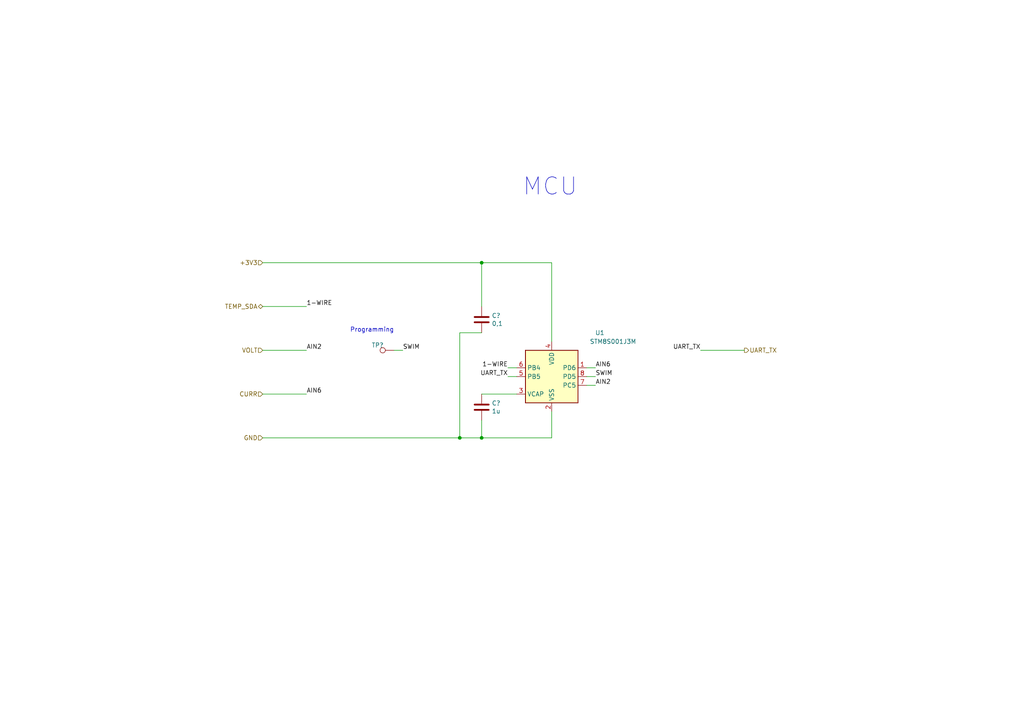
<source format=kicad_sch>
(kicad_sch (version 20231120) (generator "eeschema") (generator_version "8.0")
  (paper "A4")
  (title_block (title "Furnace 230V") (date "2021-08-26") (rev "1.0") (company "Yuriy Volkov"))
  (lib_symbols
    (symbol "furnace_230V-rescue:C-Device" (pin_numbers hide) (pin_names (offset 0.254))
      (property "Reference" "C" (at 0.635 2.54 0))
      (property "Value" "C-Device" (at 0.635 -2.54 0))
      (symbol "C-Device_0_1"
        (polyline (pts (xy -2.032 -0.762) (xy 2.032 -0.762)) (stroke (width 0.508)))
        (polyline (pts (xy -2.032 0.762) (xy 2.032 0.762)) (stroke (width 0.508)))
      )
      (symbol "C-Device_1_1"
        (pin passive line (at 0 3.81 270) (length 2.794) (name "~") (number "1"))
        (pin passive line (at 0 -3.81 90) (length 2.794) (name "~") (number "2"))
      )
    )
    (symbol "furnace_230V-rescue:STM8S001J3M-MCU_ST_STM8"
      (property "Reference" "U" (at 1.27 11.43 0))
      (property "Value" "STM8S001J3M-MCU_ST_STM8" (at 1.27 8.89 0))
      (symbol "STM8S001J3M-MCU_ST_STM8_0_1"
        (rectangle (start -7.62 7.62) (end 7.62 -7.62) (stroke (width 0.254)) (fill (type background)))
      )
      (symbol "STM8S001J3M-MCU_ST_STM8_1_1"
        (pin bidirectional line (at 10.16 2.54 180) (length 2.54) (name "PD6") (number "1"))
        (pin power_in line (at 0 -10.16 90) (length 2.54) (name "VSS") (number "2"))
        (pin passive line (at -10.16 -5.08 0) (length 2.54) (name "VCAP") (number "3"))
        (pin power_in line (at 0 10.16 270) (length 2.54) (name "VDD") (number "4"))
        (pin bidirectional line (at -10.16 0 0) (length 2.54) (name "PB5") (number "5"))
        (pin bidirectional line (at -10.16 2.54 0) (length 2.54) (name "PB4") (number "6"))
        (pin bidirectional line (at 10.16 -2.54 180) (length 2.54) (name "PC5") (number "7"))
        (pin bidirectional line (at 10.16 0 180) (length 2.54) (name "PD5") (number "8"))
      )
    )
    (symbol "furnace_230V-rescue:TestPoint-Connector" (pin_numbers hide) (pin_names (offset 0.762) hide)
      (property "Reference" "TP" (at 0 6.858 0))
      (property "Value" "TestPoint-Connector" (at 0 5.08 0))
      (symbol "TestPoint-Connector_0_1"
        (circle (center 0 3.302) (radius 0.762))
      )
      (symbol "TestPoint-Connector_1_1"
        (pin passive line (at 0 0 90) (length 2.54) (name "1") (number "1"))
      )
    )
  )
  (junction (at 139.7 127))
  (junction (at 139.7 76.2))
  (junction (at 133.35 127))
  (wire (pts (xy 170.18 111.76) (xy 172.72 111.76)))
  (wire (pts (xy 139.7 76.2) (xy 160.02 76.2)))
  (wire (pts (xy 147.32 106.68) (xy 149.86 106.68)))
  (wire (pts (xy 114.3 101.6) (xy 116.84 101.6)))
  (wire (pts (xy 133.35 127) (xy 139.7 127)))
  (wire (pts (xy 160.02 76.2) (xy 160.02 99.06)))
  (wire (pts (xy 139.7 96.52) (xy 133.35 96.52)))
  (wire (pts (xy 170.18 109.22) (xy 172.72 109.22)))
  (wire (pts (xy 139.7 114.3) (xy 149.86 114.3)))
  (wire (pts (xy 76.2 114.3) (xy 88.9 114.3)))
  (wire (pts (xy 170.18 106.68) (xy 172.72 106.68)))
  (wire (pts (xy 203.2 101.6) (xy 215.9 101.6)))
  (wire (pts (xy 133.35 96.52) (xy 133.35 127)))
  (wire (pts (xy 76.2 88.9) (xy 88.9 88.9)))
  (wire (pts (xy 76.2 101.6) (xy 88.9 101.6)))
  (wire (pts (xy 76.2 76.2) (xy 139.7 76.2)))
  (wire (pts (xy 139.7 88.9) (xy 139.7 76.2)))
  (wire (pts (xy 76.2 127) (xy 133.35 127)))
  (wire (pts (xy 139.7 121.92) (xy 139.7 127)))
  (wire (pts (xy 160.02 127) (xy 160.02 119.38)))
  (wire (pts (xy 139.7 127) (xy 160.02 127)))
  (wire (pts (xy 147.32 109.22) (xy 149.86 109.22)))
  (text "MCU" (at 167.64 57.15 0) (effects (font (size 5.0038 5.0038)) (justify right bottom)))
  (text "Programming" (at 114.3 96.52 0) (effects (font (size 1.27 1.27)) (justify right bottom)))
  (label "UART_TX" (at 203.2 101.6 180))
  (label "AIN6" (at 88.9 114.3 0))
  (label "AIN2" (at 88.9 101.6 0))
  (label "SWIM" (at 116.84 101.6 0))
  (label "UART_TX" (at 147.32 109.22 180))
  (label "AIN2" (at 172.72 111.76 0))
  (label "SWIM" (at 172.72 109.22 0))
  (label "1-WIRE" (at 88.9 88.9 0))
  (label "1-WIRE" (at 147.32 106.68 180))
  (label "AIN6" (at 172.72 106.68 0))
  (hierarchical_label "CURR" (shape input) (at 76.2 114.3 180))
  (hierarchical_label "GND" (shape input) (at 76.2 127 180))
  (hierarchical_label "VOLT" (shape input) (at 76.2 101.6 180))
  (hierarchical_label "TEMP_SDA" (shape bidirectional) (at 76.2 88.9 180))
  (hierarchical_label "+3V3" (shape input) (at 76.2 76.2 180))
  (hierarchical_label "UART_TX" (shape output) (at 215.9 101.6 0))
  (symbol (lib_id "furnace_230V-rescue:STM8S001J3M-MCU_ST_STM8") (at 160.02 109.22 0) (unit 1)
    (property "Reference" "U1" (at 173.99 96.52 0))
    (property "Value" "STM8S001J3M" (at 177.8 99.06 0))
    (property "Footprint" "Package_SO:SOIC-8_3.9x4.9mm_P1.27mm" (effects (hide yes)))
    (property "Datasheet" "https://www.st.com/resource/en/datasheet/stm8s001j3.pdf" (effects (hide yes)))
  )
  (symbol (lib_id "furnace_230V-rescue:C-Device") (at 139.7 118.11 0) (unit 1)
    (property "Reference" "C?" (at 142.621 116.9416 0) (effects (justify left)))
    (property "Value" "1u" (at 142.621 119.253 0) (effects (justify left)))
    (property "Footprint" "Capacitor_SMD:C_0603_1608Metric_Pad1.05x0.95mm_HandSolder" (effects (hide yes)))
    (instances (project "" (path "" (reference "C?") (unit 1)) (path "" (reference "C7") (unit 1)) (path "" (reference "C?") (unit 1))))
  )
  (symbol (lib_id "furnace_230V-rescue:C-Device") (at 139.7 92.71 0) (unit 1)
    (property "Reference" "C?" (at 142.621 91.5416 0) (effects (justify left)))
    (property "Value" "0,1" (at 142.621 93.853 0) (effects (justify left)))
    (property "Footprint" "Capacitor_SMD:C_0603_1608Metric_Pad1.05x0.95mm_HandSolder" (effects (hide yes)))
    (instances (project "" (path "" (reference "C?") (unit 1)) (path "" (reference "C6") (unit 1)) (path "" (reference "C?") (unit 1))))
  )
  (symbol (lib_id "furnace_230V-rescue:TestPoint-Connector") (at 114.3 101.6 90) (unit 1)
    (property "Reference" "TP?" (at 111.3028 100.1268 90) (effects (justify left)))
    (property "Value" "TestPoint" (effects (hide yes)))
    (property "Footprint" "furnace_230V:TP" (effects (hide yes)))
    (instances (project "" (path "" (reference "TP?") (unit 1)) (path "" (reference "TP3") (unit 1)) (path "" (reference "TP?") (unit 1)) (path "" (reference "TP?") (unit 1))))
  )
)
</source>
